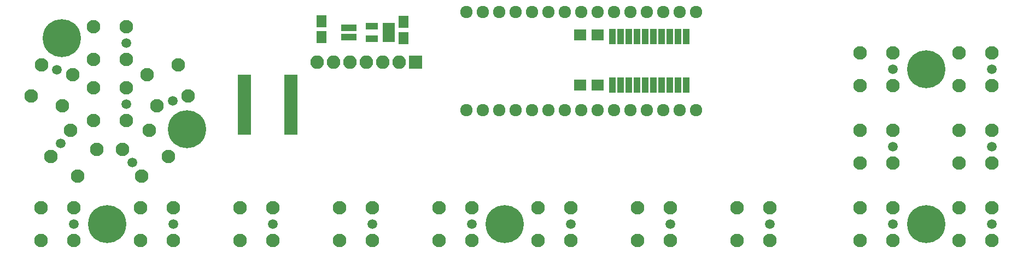
<source format=gbr>
G04 #@! TF.FileFunction,Soldermask,Bot*
%FSLAX46Y46*%
G04 Gerber Fmt 4.6, Leading zero omitted, Abs format (unit mm)*
G04 Created by KiCad (PCBNEW 4.0.7+dfsg1-1) date Mon Nov  5 17:33:27 2018*
%MOMM*%
%LPD*%
G01*
G04 APERTURE LIST*
%ADD10C,0.100000*%
%ADD11R,1.650000X1.900000*%
%ADD12R,2.100000X2.100000*%
%ADD13O,2.100000X2.100000*%
%ADD14R,1.900000X1.700000*%
%ADD15C,2.100000*%
%ADD16C,1.500000*%
%ADD17R,1.960000X1.050000*%
%ADD18R,1.000000X2.350000*%
%ADD19R,2.150000X0.850000*%
%ADD20R,2.400000X1.100000*%
%ADD21C,1.924000*%
%ADD22C,5.900000*%
G04 APERTURE END LIST*
D10*
D11*
X159700000Y-103650000D03*
X159700000Y-106150000D03*
X147000000Y-106050000D03*
X147000000Y-103550000D03*
D12*
X161600000Y-109900000D03*
D13*
X159060000Y-109900000D03*
X156520000Y-109900000D03*
X153980000Y-109900000D03*
X151440000Y-109900000D03*
X148900000Y-109900000D03*
X146360000Y-109900000D03*
D14*
X187012000Y-105692000D03*
X189712000Y-105692000D03*
X189712000Y-113492000D03*
X187012000Y-113492000D03*
D15*
X108640000Y-137550000D03*
X108640000Y-132470000D03*
X103560000Y-137550000D03*
X103560000Y-132470000D03*
D16*
X108640000Y-135010000D03*
D15*
X108437587Y-111857220D03*
X103606220Y-110287413D03*
X106867780Y-116688587D03*
X102036413Y-115118780D03*
D16*
X106021903Y-111072316D03*
D15*
X108098071Y-120477122D03*
X105112122Y-124586929D03*
X112207878Y-123463071D03*
X109221929Y-127572878D03*
D16*
X106605097Y-122532025D03*
D15*
X124040000Y-137550000D03*
X124040000Y-132470000D03*
X118960000Y-137550000D03*
X118960000Y-132470000D03*
D16*
X124040000Y-135010000D03*
D15*
X116740000Y-109515000D03*
X116740000Y-104435000D03*
X111660000Y-109515000D03*
X111660000Y-104435000D03*
D16*
X116740000Y-106975000D03*
D15*
X116740000Y-118940000D03*
X116740000Y-113860000D03*
X111660000Y-118940000D03*
X111660000Y-113860000D03*
D16*
X116740000Y-116400000D03*
D15*
X116192122Y-123463071D03*
X119178071Y-127572878D03*
X120301929Y-120477122D03*
X123287878Y-124586929D03*
D16*
X117685097Y-125517975D03*
D15*
X139440000Y-137550000D03*
X139440000Y-132470000D03*
X134360000Y-137550000D03*
X134360000Y-132470000D03*
D16*
X139440000Y-135010000D03*
D15*
X121532220Y-116688587D03*
X126363587Y-115118780D03*
X119962413Y-111857220D03*
X124793780Y-110287413D03*
D16*
X123947903Y-115903684D03*
D17*
X157450000Y-104350000D03*
X157450000Y-105300000D03*
X157450000Y-106250000D03*
X154750000Y-106250000D03*
X154750000Y-104350000D03*
D15*
X154840000Y-137550000D03*
X154840000Y-132470000D03*
X149760000Y-137550000D03*
X149760000Y-132470000D03*
D16*
X154840000Y-135010000D03*
D15*
X170240000Y-137550000D03*
X170240000Y-132470000D03*
X165160000Y-137550000D03*
X165160000Y-132470000D03*
D16*
X170240000Y-135010000D03*
D18*
X192047000Y-105942000D03*
X193317000Y-105942000D03*
X194587000Y-105942000D03*
X195857000Y-105942000D03*
X197127000Y-105942000D03*
X198397000Y-105942000D03*
X199667000Y-105942000D03*
X200937000Y-105942000D03*
X202207000Y-105942000D03*
X203477000Y-105942000D03*
X203477000Y-113442000D03*
X202207000Y-113442000D03*
X200937000Y-113442000D03*
X199667000Y-113442000D03*
X198397000Y-113442000D03*
X197127000Y-113442000D03*
X195857000Y-113442000D03*
X194587000Y-113442000D03*
X193317000Y-113442000D03*
X192047000Y-113442000D03*
D15*
X185640000Y-137550000D03*
X185640000Y-132470000D03*
X180560000Y-137550000D03*
X180560000Y-132470000D03*
D16*
X185640000Y-135010000D03*
D15*
X201040000Y-137550000D03*
X201040000Y-132470000D03*
X195960000Y-137550000D03*
X195960000Y-132470000D03*
D16*
X201040000Y-135010000D03*
D15*
X216440000Y-137550000D03*
X216440000Y-132470000D03*
X211360000Y-137550000D03*
X211360000Y-132470000D03*
D16*
X216440000Y-135010000D03*
D15*
X235440000Y-113550000D03*
X235440000Y-108470000D03*
X230360000Y-113550000D03*
X230360000Y-108470000D03*
D16*
X235440000Y-111010000D03*
D15*
X235440000Y-125550000D03*
X235440000Y-120470000D03*
X230360000Y-125550000D03*
X230360000Y-120470000D03*
D16*
X235440000Y-123010000D03*
D15*
X235440000Y-137550000D03*
X235440000Y-132470000D03*
X230360000Y-137550000D03*
X230360000Y-132470000D03*
D16*
X235440000Y-135010000D03*
D15*
X250840000Y-113550000D03*
X250840000Y-108470000D03*
X245760000Y-113550000D03*
X245760000Y-108470000D03*
D16*
X250840000Y-111010000D03*
D15*
X250840000Y-125550000D03*
X250840000Y-120470000D03*
X245760000Y-125550000D03*
X245760000Y-120470000D03*
D16*
X250840000Y-123010000D03*
D15*
X250840000Y-137550000D03*
X250840000Y-132470000D03*
X245760000Y-137550000D03*
X245760000Y-132470000D03*
D16*
X250840000Y-135010000D03*
D19*
X135040000Y-112275000D03*
X135040000Y-112925000D03*
X135040000Y-113575000D03*
X135040000Y-114225000D03*
X135040000Y-114875000D03*
X135040000Y-115525000D03*
X135040000Y-116175000D03*
X135040000Y-116825000D03*
X135040000Y-117475000D03*
X135040000Y-118125000D03*
X135040000Y-118775000D03*
X135040000Y-119425000D03*
X135040000Y-120075000D03*
X135040000Y-120725000D03*
X142240000Y-120725000D03*
X142240000Y-120075000D03*
X142240000Y-119425000D03*
X142240000Y-118775000D03*
X142240000Y-118125000D03*
X142240000Y-117475000D03*
X142240000Y-116825000D03*
X142240000Y-116175000D03*
X142240000Y-115525000D03*
X142240000Y-114875000D03*
X142240000Y-114225000D03*
X142240000Y-113575000D03*
X142240000Y-112925000D03*
X142240000Y-112275000D03*
D20*
X151200000Y-104575000D03*
X151200000Y-106025000D03*
D21*
X169418000Y-102108000D03*
X204978000Y-102108000D03*
X202438000Y-102108000D03*
X199898000Y-102108000D03*
X197358000Y-102108000D03*
X194818000Y-102108000D03*
X192278000Y-102108000D03*
X189738000Y-102108000D03*
X171958000Y-102108000D03*
X174498000Y-102108000D03*
X177038000Y-102108000D03*
X179578000Y-102108000D03*
X182118000Y-102108000D03*
X184658000Y-102108000D03*
X187198000Y-102108000D03*
X187198000Y-102108000D03*
X184658000Y-102108000D03*
X182118000Y-102108000D03*
X179578000Y-102108000D03*
X177038000Y-102108000D03*
X174498000Y-102108000D03*
X171958000Y-102108000D03*
X189738000Y-102108000D03*
X192278000Y-102108000D03*
X194818000Y-102108000D03*
X197358000Y-102108000D03*
X199898000Y-102108000D03*
X202438000Y-102108000D03*
X204978000Y-102108000D03*
X169418000Y-102108000D03*
X204978000Y-117348000D03*
X202438000Y-117348000D03*
X199898000Y-117348000D03*
X197358000Y-117348000D03*
X194818000Y-117348000D03*
X192278000Y-117348000D03*
X189738000Y-117348000D03*
X187198000Y-117348000D03*
X184658000Y-117348000D03*
X182118000Y-117348000D03*
X179578000Y-117348000D03*
X177038000Y-117348000D03*
X174498000Y-117348000D03*
X171958000Y-117348000D03*
X169418000Y-117348000D03*
D22*
X240600000Y-110998000D03*
X240600000Y-135010000D03*
X175400000Y-135010000D03*
X113800000Y-135010000D03*
X126200000Y-120300000D03*
X106800000Y-106200000D03*
M02*

</source>
